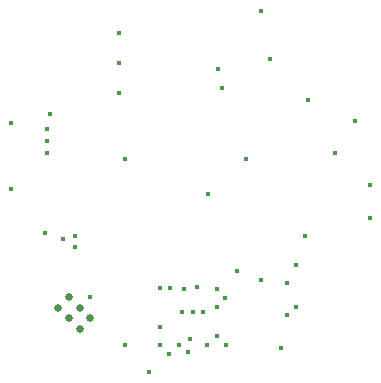
<source format=gbr>
%TF.GenerationSoftware,KiCad,Pcbnew,7.0.10*%
%TF.CreationDate,2025-02-13T20:32:28+01:00*%
%TF.ProjectId,Retro_Bubble_LED_Watch,52657472-6f5f-4427-9562-626c655f4c45,1.1*%
%TF.SameCoordinates,Original*%
%TF.FileFunction,Plated,1,2,PTH,Drill*%
%TF.FilePolarity,Positive*%
%FSLAX46Y46*%
G04 Gerber Fmt 4.6, Leading zero omitted, Abs format (unit mm)*
G04 Created by KiCad (PCBNEW 7.0.10) date 2025-02-13 20:32:28*
%MOMM*%
%LPD*%
G01*
G04 APERTURE LIST*
%TA.AperFunction,ViaDrill*%
%ADD10C,0.400000*%
%TD*%
%TA.AperFunction,ComponentDrill*%
%ADD11C,0.650000*%
%TD*%
G04 APERTURE END LIST*
D10*
X135382000Y-94742000D03*
X135382000Y-100330000D03*
X138250000Y-104000000D03*
X138430000Y-95250000D03*
X138430000Y-96266000D03*
X138430000Y-97282000D03*
X138684000Y-93980000D03*
X139750000Y-104500000D03*
X140750000Y-104250000D03*
X140750000Y-105250000D03*
X142000000Y-109474000D03*
X144526000Y-87122000D03*
X144526000Y-89662000D03*
X144526000Y-92202000D03*
X145000000Y-97750000D03*
X145000000Y-113500000D03*
X147000000Y-115750000D03*
X148000000Y-108712000D03*
X148000000Y-112000000D03*
X148000000Y-113500000D03*
X148750000Y-114250000D03*
X148844000Y-108712000D03*
X149550000Y-113500000D03*
X149860000Y-110744000D03*
X150000000Y-108750000D03*
X150350000Y-114100000D03*
X150500000Y-113000000D03*
X150750000Y-110750000D03*
X151125000Y-108625000D03*
X151638000Y-110744000D03*
X151950000Y-113500000D03*
X152000000Y-100750000D03*
X152750000Y-108750000D03*
X152750000Y-110250000D03*
X152750000Y-112750000D03*
X152908000Y-90170000D03*
X153250000Y-91750000D03*
X153500000Y-109500000D03*
X153550000Y-113500000D03*
X154500000Y-107250000D03*
X155250000Y-97750000D03*
X156500000Y-85250000D03*
X156500000Y-108000000D03*
X157250000Y-89250000D03*
X158242000Y-113750000D03*
X158750000Y-108250000D03*
X158750000Y-110998000D03*
X159500000Y-106750000D03*
X159500000Y-110250000D03*
X160250000Y-104250000D03*
X160500000Y-92750000D03*
X162750000Y-97250000D03*
X164500000Y-94500000D03*
X165750000Y-100000000D03*
X165750000Y-102750000D03*
D11*
%TO.C,J1*%
X139351975Y-110351975D03*
X140250000Y-109453949D03*
X140250000Y-111250000D03*
X141148026Y-110351975D03*
X141148026Y-112148026D03*
X142046052Y-111250000D03*
M02*

</source>
